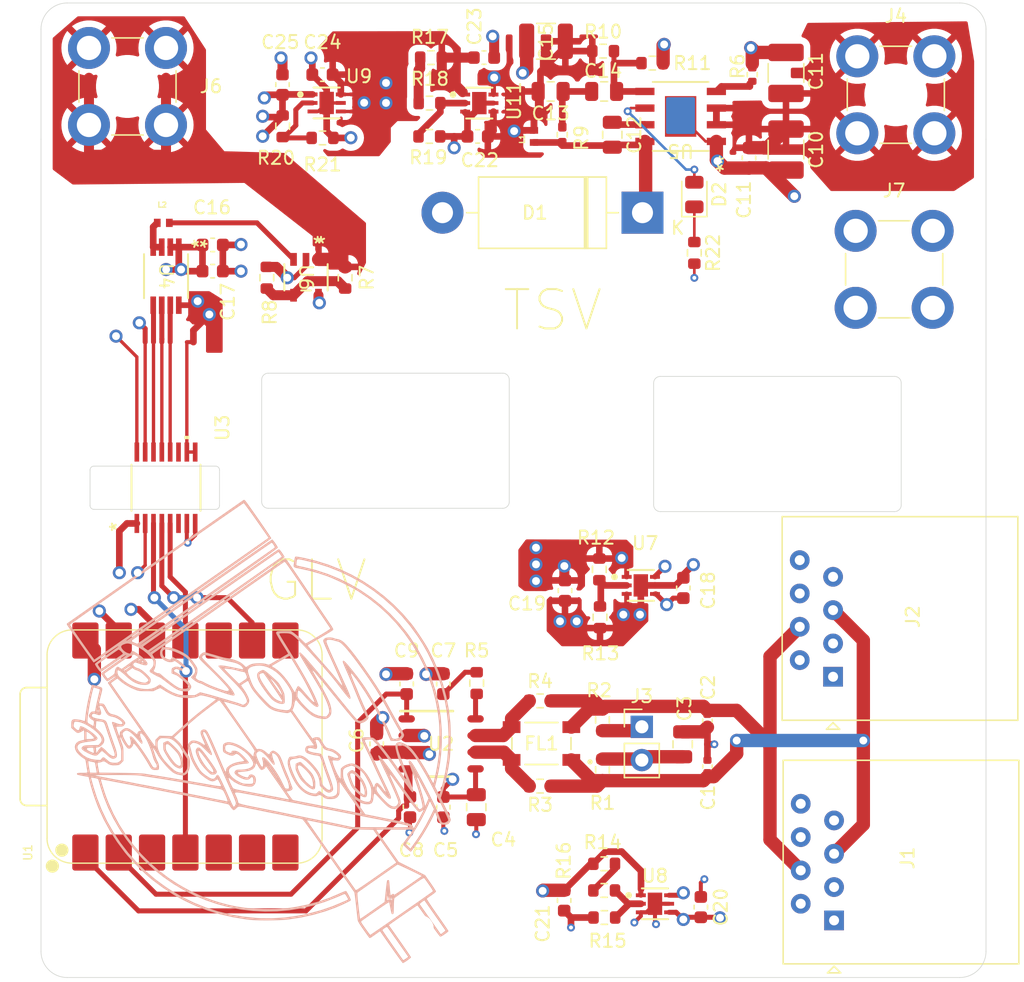
<source format=kicad_pcb>
(kicad_pcb (version 20240108) (generator "pcbnew") (generator_version "8.0")
  (layers (0 "F.Cu" signal) (1 "In1.Cu" power "GND") (2 "In2.Cu" power "PWR") (31 "B.Cu" signal) (34 "B.Paste" user) (35 "F.Paste" user) (36 "B.SilkS" user "B.Silkscreen") (37 "F.SilkS" user "F.Silkscreen") (38 "B.Mask" user) (39 "F.Mask" user) (44 "Edge.Cuts" user))
  (net 0 "")
  (net 1 "/CAN/CAN_N")
  (net 2 "/CAN/CAN_P")
  (net 3 "Net-(J3-Pin_2)")
  (net 4 "GND")
  (net 5 "+3.3VL")
  (net 6 "+5VL")
  (net 7 "Net-(C7-Pad1)")
  (net 8 "/CAN/CAN_RX")
  (net 9 "/CAN/CAN_TX")
  (net 10 "GND2")
  (net 11 "/TSV_Power/84VH")
  (net 12 "Net-(D1-K)")
  (net 13 "Net-(U5-BST)")
  (net 14 "/TSV_Power/+15V")
  (net 15 "Net-(C13-Pad1)")
  (net 16 "Net-(D2-A)")
  (net 17 "+3.3VH")
  (net 18 "+12VH")
  (net 19 "Net-(U2-CANH)")
  (net 20 "Net-(U2-CANL)")
  (net 21 "+12VL")
  (net 22 "Net-(J3-Pin_1)")
  (net 23 "/THROTTLE_OUT")
  (net 24 "Net-(U2-STB)")
  (net 25 "Net-(U5-RON)")
  (net 26 "Net-(U6-IN-)")
  (net 27 "Net-(U7-FB)")
  (net 28 "Net-(R14-Pad2)")
  (net 29 "Net-(U8-FB)")
  (net 30 "Net-(R17-Pad2)")
  (net 31 "Net-(U11-FB)")
  (net 32 "Net-(U9-FB)")
  (net 39 "Net-(U3-OUTC)")
  (net 40 "Net-(U3-OUTB)")
  (net 42 "Net-(U3-OUTA)")
  (net 43 "/DAC_OUT")
  (net 44 "Net-(D2-K)")
  (net 45 "/MOSI")
  (net 47 "/CS")
  (net 48 "/SCK")
  (net 49 "Net-(U4-VFB)")
  (net 50 "Net-(U5-FB)")
  (footprint "Resistor_SMD:R_0603_1608Metric" (layer "F.Cu") (at 145.800001 119.7192 180)
    (property "Reference" "R3")
    (property "Value" "0")
  )
  (footprint "Resistor_SMD:R_0603_1608Metric" (layer "F.Cu") (at 145.800001 113.2192 180)
    (property "Reference" "R4")
    (property "Value" "0")
  )
  (footprint "Resistor_SMD:R_0603_1608Metric" (layer "F.Cu") (at 157.551 79.062 -90)
    (property "Reference" "R22")
    (property "Value" "16k")
  )
  (footprint "Diode_THT:D_DO-201AD_P15.24mm_Horizontal" (layer "F.Cu") (at 153.6 76 180)
    (property "Reference" "D1")
    (property "Value" "D_Schottky")
  )
  (footprint "Connector_RJ:RJ45_Amphenol_54602-x08_Horizontal" (layer "F.Cu") (at 168.1228 111.3805 90)
    (property "Reference" "J2")
    (property "Value" "RJ45")
  )
  (footprint "MountingHole:MountingHole_2.2mm_M2" (layer "F.Cu") (at 111.831 77.157)
    (property "Reference" "H1" (hide yes))
    (property "Value" "MountingHole_Pad")
  )
  (footprint "Resistor_SMD:R_0603_1608Metric" (layer "F.Cu") (at 154.348 64.597 180)
    (property "Reference" "R11")
    (property "Value" "49.9k")
  )
  (footprint "Capacitor_SMD:C_0603_1608Metric" (layer "F.Cu") (at 126.168 66.236001 90)
    (property "Reference" "C25")
    (property "Value" "2.2u")
  )
  (footprint "Resistor_SMD:R_0603_1608Metric" (layer "F.Cu") (at 130.941751 80.95745 90)
    (property "Reference" "R7")
    (property "Value" "6.81k")
  )
  (footprint "Resistor_SMD:R_0603_1608Metric" (layer "F.Cu") (at 124.972751 80.95745 -90)
    (property "Reference" "R8")
    (property "Value" "3.32k")
  )
  (footprint "LQW15AN47NG00D:INDC1005X60N" (layer "F.Cu") (at 145.331 70.185 90)
    (property "Reference" "L1")
    (property "Value" "LQW15AN47NG00D")
  )
  (footprint "Capacitor_SMD:C_0603_1608Metric" (layer "F.Cu") (at 141.04 70.184763 180)
    (property "Reference" "C22")
    (property "Value" "1u")
  )
  (footprint "TerminalBlock_Wuerth:Wuerth_REDCUBE-THR_WP-THRBU_74650074_THR" (layer "F.Cu") (at 172.777 80.318)
    (property "Reference" "J7")
    (property "Value" "BATT-")
  )
  (footprint "TLV76701:DRV0006A-IPC_A" (layer "F.Cu") (at 154.551832 128.688)
    (property "Reference" "U8")
    (property "Value" "TLV76701DRVR")
  )
  (footprint "Resistor_SMD:R_0603_1608Metric" (layer "F.Cu") (at 150.601 63.681 180)
    (property "Reference" "R10")
    (property "Value" "576k")
  )
  (footprint "TLV76701:DRV0006A-IPC_A" (layer "F.Cu") (at 153.472832 104.415999)
    (property "Reference" "U7")
    (property "Value" "TLV76701DRVR")
  )
  (footprint "Resistor_SMD:R_0603_1608Metric" (layer "F.Cu") (at 150.6798 125.64)
    (property "Reference" "R14")
    (property "Value" "82.5k")
  )
  (footprint "DAC6551:DGK8_TEX" (layer "F.Cu") (at 117.292 80.84 -90)
    (property "Reference" "U4")
    (property "Value" "DAC6551AQDGKRQ1")
  )
  (footprint "TLV76701:DRV0006A-IPC_A" (layer "F.Cu") (at 141.167 67.644763)
    (property "Reference" "U11")
    (property "Value" "TLV76701DRVR")
  )
  (footprint "Resistor_SMD:R_0603_1608Metric" (layer "F.Cu") (at 137.3702 67.644763)
    (property "Reference" "R18")
    (property "Value" "3.9k")
  )
  (footprint "LM5201:SO-8-DDA_TEX" (layer "F.Cu") (at 156.507 68.661 180)
    (property "Reference" "U5")
    (property "Value" "LM5012QDDARQ1")
  )
  (footprint "Capacitor_SMD:C_1210_3225Metric" (layer "F.Cu") (at 146.248 62.933 180)
    (property "Reference" "C15")
    (property "Value" "22uF")
  )
  (footprint "Connector_RJ:RJ45_Amphenol_54602-x08_Horizontal" (layer "F.Cu") (at 168.199 129.9545 90)
    (property "Reference" "J1")
    (property "Value" "RJ45")
  )
  (footprint "TLV9361QDBVRQ1:SOT23_DBV_TEX" (layer "F.Cu") (at 127.95975 80.9257 -90)
    (property "Reference" "U6")
    (property "Value" "TLV9361QDBVRQ1")
  )
  (footprint "Capacitor_SMD:C_0805_2012Metric" (layer "F.Cu") (at 146.601 66.756 180)
    (property "Reference" "C13")
    (property "Value" "2.2n")
  )
  (footprint "Capacitor_SMD:C_0805_2012Metric" (layer "F.Cu") (at 150.678 66.756)
    (property "Reference" "C14")
    (property "Value" "47p")
  )
  (footprint "Capacitor_SMD:C_0402_1005Metric" (layer "F.Cu") (at 158.550001 118.2192 -90)
    (property "Reference" "C1")
    (property "Value" "0.5p")
  )
  (footprint "Capacitor_SMD:C_0603_1608Metric" (layer "F.Cu") (at 161.714 71.823 -90)
    (property "Reference" "C11")
    (property "Value" "2.2u")
  )
  (footprint "MountingHole:MountingHole_2.2mm_M2" (layer "F.Cu") (at 136.596 130.625)
    (property "Reference" "H3" (hide yes))
    (property "Value" "MountingHole_Pad")
  )
  (footprint "Resistor_SMD:R_0603_1608Metric" (layer "F.Cu") (at 129.216 70.300001)
    (property "Reference" "R21")
    (property "Value" "16k")
  )
  (footprint "Capacitor_SMD:C_0603_1608Metric" (layer "F.Cu") (at 156.7128 104.6107 90)
    (property "Reference" "C18")
    (property "Value" "1u")
  )
  (footprint "Capacitor_SMD:C_0603_1608Metric" (layer "F.Cu") (at 147.6318 128.434 -90)
    (property "Reference" "C21")
    (property "Value" "2.2u")
  )
  (footprint "Capacitor_SMD:C_0603_1608Metric" (layer "F.Cu") (at 138.4248 111.924 90)
    (property "Reference" "C7")
    (property "Value" "4p")
  )
  (footprint "LED_SMD:LED_0805_2012Metric" (layer "F.Cu") (at 157.551 74.617 90)
    (property "Reference" "D2")
    (property "Value" "LED")
  )
  (footprint "Resistor_SMD:R_0603_1608Metric" (layer "F.Cu") (at 137.357 70.184763)
    (property "Reference" "R19")
    (property "Value" "16k")
  )
  (footprint "XIAO-RP2350:XIAO-RP2350-SMD" (layer "F.Cu") (at 118.769756 116.783 90)
    (property "Reference" "U1")
    (property "Value" "XIAO-RP2350-SMD" (hide yes))
  )
  (footprint "Capacitor_SMD:C_0603_1608Metric" (layer "F.Cu") (at 120.848 78.457)
    (property "Reference" "C16")
    (property "Value" "0.1u")
  )
  (footprint "Capacitor_SMD:C_1210_3225Metric_Pad1.33x2.70mm_HandSolder" (layer "F.Cu") (at 164.536 71.188 -90)
    (property "Reference" "C10")
    (property "Value" "2.2u")
  )
  (footprint "ACT45B_101_2P_TL003:FIL_ACT45B-101-2P-TL003" (layer "F.Cu") (at 145.901201 116.4692 180)
    (property "Reference" "FL1")
    (property "Value" "ACT45B-101-2P-TL003")
  )
  (footprint "Capacitor_SMD:C_0603_1608Metric" (layer "F.Cu") (at 158.0458 128.942 90)
    (property "Reference" "C20")
    (property "Value" "1u")
  )
  (footprint "Resistor_SMD:R_0603_1608Metric" (layer "F.Cu") (at 150.550001 114.6672 90)
    (property "Reference" "R2")
    (property "Value" "60")
  )
  (footprint "LQW15AN47NG00D:INDC1005X60N" (layer "F.Cu") (at 117.086 76.776)
    (property "Reference" "L2")
    (property "Value" "LQW15AN47NG00D")
  )
  (footprint "TCAN1042:D0008A_L" (layer "F.Cu") (at 138.255801 116.496)
    (property "Reference" "U2")
    (property "Value" "TCAN1042HGVDQ1")
  )
  (footprint "Capacitor_SMD:C_0603_1608Metric" (layer "F.Cu") (at 133.3448 116.496 -90)
    (property "Reference" "C6")
    (property "Value" "0.1u")
  )
  (footprint "Resistor_SMD:R_0603_1608Metric" (layer "F.Cu") (at 140.9648 111.861 90)
    (property "Reference" "R5")
    (property "Value" "10k")
  )
  (footprint "Capacitor_SMD:C_0603_1608Metric" (layer "F.Cu") (at 120.848 80.459)
    (property "Reference" "C17")
    (property "Value" "0.1n")
  )
  (footprint "Capacitor_SMD:C_0805_2012Metric" (layer "F.Cu") (at 140.9348 121.322 -90)
    (property "Reference" "C4")
    (property "Value" "10u")
  )
  (footprint "Resistor_SMD:R_0603_1608Metric" (layer "F.Cu") (at 150.693 129.736 180)
    (property "Reference" "R15")
    (property "Value" "16k")
  )
  (footprint "Capacitor_SMD:C_1210_3225Metric_Pad1.33x2.70mm_HandSolder" (layer "F.Cu") (at 164.536 65.346 90)
    (property "Reference" "C11")
    (property "Value" "2.2u")
  )
  (footprint "Connector_PinHeader_2.54mm:PinHeader_1x02_P2.54mm_Vertical" (layer "F.Cu") (at 153.550001 115.1942)
    (property "Reference" "J3")
    (property "Value" "Conn_01x02_Pin")
  )
  (footprint "MountingHole:MountingHole_2.2mm_M2" (layer "F.Cu") (at 136.596 103.955)
    (property "Reference" "H2" (hide yes))
    (property "Value" "MountingHole_Pad")
  )
  (footprint "Resistor_SMD:R_0603_1608Metric" (layer "F.Cu") (at 150.3628 106.844 -90)
    (property "Reference" "R13")
    (property "Value" "16k")
  )
  (footprint "MountingHole:MountingHole_2.2mm_M2" (layer "F.Cu") (at 111.577 130.625)
    (property "Reference" "H3" (hide yes))
    (property "Value" "MountingHole_Pad")
  )
  (footprint "Resistor_SMD:R_0402_1005Metric" (layer "F.Cu") (at 161.968 65.473 90)
    (property "Reference" "R6")
    (property "Value" "124k")
  )
  (footprint "Capacitor_SMD:C_0603_1608Metric" (layer "F.Cu") (at 135.6308 111.924 90)
    (property "Reference" "C9")
    (property "Value" "4p")
  )
  (footprint "Capacitor_SMD:C_0603_1608Metric" (layer "F.Cu") (at 138.4248 121.322 -90)
    (property "Reference" "C5")
    (property "Value" "0.1u")
  )
  (footprint "Capacitor_SMD:C_0603_1608Metric" (layer "F.Cu") (at 147.6958 104.812 -90)
    (property "Reference" "C19")
    (property "Value" "2.2u")
  )
  (footprint "Capacitor_SMD:C_0805_2012Metric" (layer "F.Cu") (at 151.3 70.058 -90)
    (property "Reference" "C12")
    (property "Value" "2.2n")
  )
  (footprint "Resistor_SMD:R_0402_1005Metric_Pad0.72x0.64mm_HandSolder" (layer "F.Cu") (at 147.49 70.058 -90)
    (property "Reference" "R9")
    (property "Value" "1.3M")
  )
  (footprint "TerminalBlock_Wuerth:Wuerth_REDCUBE-THR_WP-THRBU_74650074_THR" (layer "F.Cu") (at 114.357 66.376)
    (property "Reference" "J6")
    (property "Value" "THROTTLE")
  )
  (footprint "Capacitor_SMD:C_0402_1005Metric" (layer "F.Cu") (at 158.550001 114.7192 -90)
    (property "Reference" "C2")
    (property "Value" "0.5p")
  )
  (footprint "Capacitor_SMD:C_0805_2012Metric" (layer "F.Cu") (at 156.662 116.528 90)
    (property "Reference" "C3")
    (property "Value" "4.7u")
  )
  (footprint "Resistor_SMD:R_0603_1608Metric" (layer "F.Cu") (at 150.6798 127.672)
    (property "Reference" "R16")
    (property "Value" "1.5k")
  )
  (footprint "Resistor_SMD:R_0603_1608Metric" (layer "F.Cu") (at 150.312 103.193 90)
    (property "Reference" "R12")
    (property "Value" "49.9k")
  )
  (footprint "TerminalBlock_Wuerth:Wuerth_REDCUBE-THR_WP-THRBU_74650074_THR" (layer "F.Cu") (at 172.904 67.011)
    (property "Reference" "J4")
    (property "Value" "BATT+")
  )
  (footprint "MountingHole:MountingHole_2.2mm_M2" (layer "F.Cu") (at 163.266 82.872)
    (property "Reference" "H4" (hide yes))
    (property "Value" "MountingHole_Pad")
  )
  (footprint "Resistor_SMD:R_0603_1608Metric" (layer "F.Cu") (at 150.550001 118.4772 90)
    (property "Reference" "R1")
    (property "Value" "60")
  )
  (footprint "Capacitor_SMD:C_0603_1608Metric" (layer "F.Cu") (at 135.8848 121.309 -90)
    (property "Reference" "C8")
    (property "Value" "4p")
  )
  (footprint "ISO7041:SSOP16_DBQ_TEX" (layer "F.Cu") (at 117.292 96.97 90)
    (property "Reference" "U3")
    (property "Value" "ISO7041FQDBQRQ1")
  )
  (footprint "Resistor_SMD:R_0603_1608Metric" (layer "F.Cu") (at 126.182 69.41 90)
    (property "Reference" "R20")
    (property "Value" "49.9k")
  )
  (footprint "Capacitor_SMD:C_0603_1608Metric" (layer "F.Cu") (at 141.522 64.177663)
    (property "Reference" "C23")
    (property "Value" "2.2u")
  )
  (footprint "Resistor_SMD:R_0603_1608Metric" (layer "F.Cu") (at 137.4834 64.177663 180)
    (property "Reference" "R17")
    (property "Value" "220k")
  )
  (footprint "Capacitor_SMD:C_0603_1608Metric" (layer "F.Cu") (at 129.216 65.474001 180)
    (property "Reference" "C24")
    (property "Value" "1u")
  )
  (footprint "TLV76701:DRV0006A-IPC_A" (layer "F.Cu") (at 129.534968 67.633001)
    (property "Reference" "U9")
    (property "Value" "TLV76701DRVR")
  )
  (footprint "Logo:mozee_logo" (layer "B.Cu") (at 124.4092 115.2144 180)
    (property "Reference" "G***" (hide yes))
    (property "Value" "LOGO" (hide yes))
  )
  (gr_arc (start 121.068 95.319) (mid 121.280132 95.406868) (end 121.368 95.619) (stroke (width 0.05)) (layer "Edge.Cuts"))
  (gr_line (start 154.452 98.286) (end 154.452 88.984) (stroke (width 0.05)) (layer "Edge.Cuts"))
  (gr_line (start 179.776 70.395) (end 179.776 62.012) (stroke (width 0.05)) (layer "Edge.Cuts"))
  (gr_arc (start 107.767 62.012) (mid 108.352786 60.597786) (end 109.767 60.012) (stroke (width 0.05)) (layer "Edge.Cuts"))
  (gr_line (start 107.767 70.395) (end 107.767 62.012) (stroke (width 0.05)) (layer "Edge.Cuts"))
  (gr_line (start 107.767 132.308) (end 107.767 70.395) (stroke (width 0.05)) (layer "Edge.Cuts"))
  (gr_line (start 121.368 95.619) (end 121.368 98.321) (stroke (width 0.05)) (layer "Edge.Cuts"))
  (gr_line (start 111.804 95.319) (end 121.068 95.319) (stroke (width 0.05)) (layer "Edge.Cuts"))
  (gr_arc (start 125.084 98.537) (mid 124.730447 98.390553) (end 124.584 98.037) (stroke (width 0.05)) (layer "Edge.Cuts"))
  (gr_arc (start 109.767 134.308) (mid 108.352786 133.722214) (end 107.767 132.308) (stroke (width 0.05)) (layer "Edge.Cuts"))
  (gr_line (start 125.084 88.235) (end 142.948 88.235) (stroke (width 0.05)) (layer "Edge.Cuts"))
  (gr_line (start 142.948 98.537) (end 125.084 98.537) (stroke (width 0.05)) (layer "Edge.Cuts"))
  (gr_arc (start 111.804 98.621) (mid 111.591868 98.533132) (end 111.504 98.321) (stroke (width 0.05)) (layer "Edge.Cuts"))
  (gr_arc (start 177.776 60.012) (mid 179.190214 60.597786) (end 179.776 62.012) (stroke (width 0.05)) (layer "Edge.Cuts"))
  (gr_arc (start 173.316 98.286) (mid 173.169553 98.639553) (end 172.816 98.786) (stroke (width 0.05)) (layer "Edge.Cuts"))
  (gr_line (start 143.448 88.735) (end 143.448 98.037) (stroke (width 0.05)) (layer "Edge.Cuts"))
  (gr_arc (start 142.948 88.235) (mid 143.301553 88.381447) (end 143.448 88.735) (stroke (width 0.05)) (layer "Edge.Cuts"))
  (gr_arc (start 154.952 98.786) (mid 154.598447 98.639553) (end 154.452 98.286) (stroke (width 0.05)) (layer "Edge.Cuts"))
  (gr_arc (start 154.452 88.984) (mid 154.598447 88.630447) (end 154.952 88.484) (stroke (width 0.05)) (layer "Edge.Cuts"))
  (gr_line (start 173.316 88.984) (end 173.316 98.286) (stroke (width 0.05)) (layer "Edge.Cuts"))
  (gr_line (start 177.776 134.308) (end 109.767 134.308) (stroke (width 0.05)) (layer "Edge.Cuts"))
  (gr_line (start 124.584 98.037) (end 124.584 88.735) (stroke (width 0.05)) (layer "Edge.Cuts"))
  (gr_line (start 121.068 98.621) (end 111.804 98.621) (stroke (width 0.05)) (layer "Edge.Cuts"))
  (gr_line (start 109.767 60.012) (end 177.776 60.012) (stroke (width 0.05)) (layer "Edge.Cuts"))
  (gr_line (start 154.952 88.484) (end 172.816 88.484) (stroke (width 0.05)) (layer "Edge.Cuts"))
  (gr_arc (start 179.776 132.308) (mid 179.190214 133.722214) (end 177.776 134.308) (stroke (width 0.05)) (layer "Edge.Cuts"))
  (gr_arc (start 172.816 88.484) (mid 173.169553 88.630447) (end 173.316 88.984) (stroke (width 0.05)) (layer "Edge.Cuts"))
  (gr_arc (start 111.504 95.619) (mid 111.591868 95.406868) (end 111.804 95.319) (stroke (width 0.05)) (layer "Edge.Cuts"))
  (gr_arc (start 124.584 88.735) (mid 124.730447 88.381447) (end 125.084 88.235) (stroke (width 0.05)) (layer "Edge.Cuts"))
  (gr_line (start 179.776 70.395) (end 179.776 132.308) (stroke (width 0.05)) (layer "Edge.Cuts"))
  (gr_arc (start 121.368 98.321) (mid 121.280132 98.533132) (end 121.068 98.621) (stroke (width 0.05)) (layer "Edge.Cuts"))
  (gr_line (start 172.816 98.786) (end 154.952 98.786) (stroke (width 0.05)) (layer "Edge.Cuts"))
  (gr_arc (start 143.448 98.037) (mid 143.301553 98.390553) (end 142.948 98.537) (stroke (width 0.05)) (layer "Edge.Cuts"))
  (gr_line (start 111.504 98.321) (end 111.504 95.619) (stroke (width 0.05)) (layer "Edge.Cuts"))
  (gr_text "TSV" (at 142.8 85.2 0) (layer "F.SilkS") (effects (font (size 3 3)) (justify left bottom)))
  (gr_text "GLV" (at 124.6 105.8 0) (layer "F.SilkS") (effects (font (size 3 3)) (justify left bottom)))
  (segment (start 158.550001 118.9942) (end 159.025001 118.9942) (width 1.016) (layer "F.Cu") (net 1))
  (segment (start 168.199 124.8745) (end 170.4288 122.6447) (width 1.016) (layer "F.Cu") (net 1))
  (segment (start 159.025001 118.9942) (end 160.7768 117.242401) (width 1.016) (layer "F.Cu") (net 1))
  (segment (start 170.4288 108.6065) (end 168.1228 106.3005) (width 1.016) (layer "F.Cu") (net 1))
  (segment (start 149.759201 119.3022) (end 148.176201 117.7192) (width 1.016) (layer "F.Cu") (net 1))
  (segment (start 150.550001 119.3022) (end 158.242001 119.3022) (width 1.016) (layer "F.Cu") (net 1))
  (segment (start 170.4288 122.6447) (end 170.4288 116.242) (width 1.016) (layer "F.Cu") (net 1))
  (segment (start 150.550001 119.3022) (end 149.759201 119.3022) (width 1.016) (layer "F.Cu") (net 1))
  (segment (start 170.4288 116.242) (end 170.4288 108.6065) (width 1.016) (layer "F.Cu") (net 1))
  (segment (start 160.7768 117.242401) (end 160.7768 116.242) (width 1.016) (layer "F.Cu") (net 1))
  (segment (start 150.133001 119.7192) (end 150.550001 119.3022) (width 1.016) (layer "F.Cu") (net 1))
  (segment (start 146.625001 119.7192) (end 150.133001 119.7192) (width 1.016) (layer "F.Cu") (net 1))
  (segment (start 158.242001 119.3022) (end 158.550001 118.9942) (width 1.016) (layer "F.Cu") (net 1))
  (via (at 170.4288 116.242) (size 1) (drill 0.6) (layers "F.Cu" "B.Cu") (net 1))
  (via (at 160.7768 116.242) (size 1) (drill 0.6) (layers "F.Cu" "B.Cu") (net 1))
  (segment (start 160.7768 116.242) (end 170.4288 116.242) (width 1.016) (layer "B.Cu") (net 1))
  (segment (start 163.3168 123.8023) (end 165.659 126.1445) (width 1.016) (layer "F.Cu") (net 2))
  (segment (start 150.756001 113.6362) (end 150.550001 113.8422) (width 1.016) (layer "F.Cu") (net 2))
  (segment (start 158.550001 113.9442) (end 158.242001 113.6362) (width 1.016) (layer "F.Cu") (net 2))
  (segment (start 163.3168 116.75) (end 163.3168 123.8023) (width 1.016) (layer "F.Cu") (net 2))
  (segment (start 165.5828 107.5705) (end 163.3168 109.8365) (width 1.016) (layer "F.Cu") (net 2))
  (segment (start 163.3168 109.8365) (end 163.3168 116.75) (width 1.016) (layer "F.Cu") (net 2))
  (segment (start 160.765 113.9442) (end 163.3168 116.496) (width 1.016) (layer "F.Cu") (net 2))
  (segment (start 158.242001 113.6362) (end 150.756001 113.6362) (width 1.016) (layer "F.Cu") (net 2))
  (segment (start 163.3168 116.496) (end 163.3168 116.75) (width 1.016) (layer "F.Cu") (net 2))
  (segment (start 149.927001 113.2192) (end 150.550001 113.8422) (width 1.016) (layer "F.Cu") (net 2))
  (segment (start 150.550001 113.8422) (end 149.553201 113.8422) (width 1.016) (layer "F.Cu") (net 2))
  (segment (start 149.553201 113.8422) (end 148.176201 115.2192) (width 1.016) (layer "F.Cu") (net 2))
  (segment (start 158.550001 113.9442) (end 160.765 113.9442) (width 1.016) (layer "F.Cu") (net 2))
  (segment (start 146.625001 113.2192) (end 149.927001 113.2192) (width 1.016) (layer "F.Cu") (net 2))
  (segment (start 150.550001 117.6522) (end 153.468001 117.6522) (width 1.016) (layer "F.Cu") (net 3))
  (segment (start 156.662 117.478) (end 153.806201 117.478) (width 1.016) (layer "F.Cu") (net 3))
  (segment (start 153.806201 117.478) (end 153.550001 117.7342) (width 1.016) (layer "F.Cu") (net 3))
  (segment (start 153.468001 117.6522) (end 153.550001 117.7342) (width 1.016) (layer "F.Cu") (net 3))
  (segment (start 158.0458 127.0822) (end 158.313 126.815) (width 0.3048) (layer "F.Cu") (net 4))
  (segment (start 153.4738 129.338001) (end 153.901831 129.338001) (width 0.3048) (layer "F.Cu") (net 4))
  (segment (start 148.1588 129.736) (end 148.153 129.7418) (width 0.508) (layer "F.Cu") (net 4))
  (segment (start 138.4248 111.149) (end 137.149 111.149) (width 1.016) (layer "F.Cu") (net 4))
  (segment (start 156.662 115.578) (end 158.199201 115.578) (width 1.016) (layer "F.Cu") (net 4))
  (segment (start 154.551832 130.165832) (end 154.63 130.244) (width 0.3048) (layer "F.Cu") (net 4))
  (segment (start 158.199201 115.578) (end 158.550001 115.2272) (width 1.016) (layer "F.Cu") (net 4))
  (segment (start 154.551832 128.688) (end 154.551832 130.165832) (width 0.3048) (layer "F.Cu") (net 4))
  (segment (start 118.8795 101.0975) (end 118.943 101.161) (width 0.3048) (layer "F.Cu") (net 4))
  (segment (start 113.689756 107.845756) (end 112.212 106.368) (width 0.508) (layer "F.Cu") (net 4))
  (segment (start 134.101 111.149) (end 134.056 111.194) (width 1.016) (layer "F.Cu") (net 4))
  (segment (start 133.3448 115.721) (end 133.3448 114.9532) (width 1.016) (layer "F.Cu") (net 4))
  (segment (start 149.868 129.736) (end 148.1588 129.736) (width 0.508) (layer "F.Cu") (net 4))
  (segment (start 140.9348 123.3652) (end 140.914 123.386) (width 0.3048) (layer "F.Cu") (net 4))
  (segment (start 153.901831 129.338001) (end 154.551832 128.688) (width 0.3048) (layer "F.Cu") (net 4))
  (segment (start 115.7045 102.8755) (end 115.7045 99.691348) (width 0.254) (layer "F.Cu") (net 4))
  (segment (start 148.153 129.7418) (end 148.153 130.498) (width 0.508) (layer "F.Cu") (net 4))
  (segment (start 153.472832 106.580668) (end 153.4108 106.6427) (width 0.508) (layer "F.Cu") (net 4))
  (segment (start 118.8795 99.691348) (end 118.8795 101.0975) (width 0.3048) (layer "F.Cu") (net 4))
  (segment (start 156.132501 104.415999) (end 154.550864 104.415999) (width 0.508) (layer "F.Cu") (net 4))
  (segment (start 135.8848 123.2082) (end 135.834 123.259) (width 0.3048) (layer "F.Cu") (net 4))
  (segment (start 119.5145 100.5895) (end 118.943 101.161) (width 0.3048) (layer "F.Cu") (net 4))
  (segment (start 115.133 103.447) (end 115.7045 102.8755) (width 0.254) (layer "F.Cu") (net 4))
  (segment (start 152.3948 105.066) (end 152.3948 106.3887) (width 0.381) (layer "F.Cu") (net 4))
  (segment (start 140.9348 122.272) (end 140.9348 123.3652) (width 0.3048) (layer "F.Cu") (net 4))
  (segment (start 119.5145 99.691348) (end 119.5145 100.5895) (width 0.3048) (layer "F.Cu") (net 4))
  (segment (start 158.550001 116.528) (end 158.550001 117.7392) (width 0.508) (layer "F.Cu") (net 4))
  (segment (start 153.472832 104.415999) (end 154.550864 104.415999) (width 0.508) (layer "F.Cu") (net 4))
  (segment (start 138.4248 122.097) (end 138.4248 123.0558) (width 0.3048) (layer "F.Cu") (net 4))
  (segment (start 138.4248 123.0558) (end 138.501 123.132) (width 0.3048) (layer "F.Cu") (net 4))
  (segment (start 157.4748 102.8327) (end 156.7128 103.5947) (width 0.508) (layer "F.Cu") (net 4))
  (segment (start 152.3948 106.3887) (end 152.1408 106.6427) (width 0.381) (layer "F.Cu") (net 4))
  (segment (start 156.7128 103.5947) (end 156.7128 103.8357) (width 0.508) (layer "F.Cu") (net 4))
  (segment (start 148.1588 129.736) (end 147.6318 129.209) (width 0.508) (layer "F.Cu") (net 4))
  (segment (start 135.6308 115.861) (end 136.945 115.861) (width 1.016) (layer "F.Cu") (net 4))
  (segment (start 158.0458 128.167) (end 158.0458 127.0822) (width 0.3048) (layer "F.Cu") (net 4))
  (segment (start 133.3448 114.9532) (end 133.802 114.496) (width 1.016) (layer "F.Cu") (net 4))
  (segment (start 136.945 115.861) (end 136.977 115.893) (width 1.016) (layer "F.Cu") (net 4))
  (segment (start 154.551832 128.688) (end 155.629864 128.688) (width 0.3048) (layer "F.Cu") (net 4))
  (segment (start 137.149 111.149) (end 137.104 111.194) (width 1.016) (layer "F.Cu") (net 4))
  (segment (start 135.6308 111.149) (end 134.101 111.149) (width 1.016) (layer "F.Cu") (net 4))
  (segment (start 135.8848 122.084) (end 135.8848 123.2082) (width 0.3048) (layer "F.Cu") (net 4))
  (segment (start 153.4738 129.338001) (end 153.4738 129.6222) (width 0.3048) (layer "F.Cu") (net 4))
  (segment (start 113.689756 108.618) (end 113.689756 107.845756) (width 0.508) (layer "F.Cu") (net 4))
  (segment (start 153.4738 129.6222) (end 152.979 130.117) (width 0.3048) (layer "F.Cu") (net 4))
  (segment (start 153.472832 104.415999) (end 153.472832 106.580668) (width 0.508) (layer "F.Cu") (net 4))
  (segment (start 158.550001 115.1992) (end 158.550001 116.528) (width 0.508) (layer "F.Cu") (net 4))
  (segment (start 158.550001 116.528) (end 159.075 116.528) (width 0.508) (layer "F.Cu") (net 4))
  (segment (start 156.7128 103.8357) (end 156.132501 104.415999) (width 0.508) (layer "F.Cu") (net 4))
  (via (at 159.075 116.528) (size 0.6) (drill 0.3) (layers "F.Cu" "B.Cu") (net 4))
  (via (at 140.914 123.386) (size 0.6) (drill 0.3) (layers "F.Cu" "B.Cu") (net 4))
  (via (at 118.943 101.161) (size 0.6) (drill 0.3) (layers "F.Cu" "B.Cu") (net 4))
  (via (at 135.834 123.259) (size 0.6) (drill 0.3) (layers "F.Cu" "B.Cu") (net 4))
  (via (at 136.977 115.893) (size 1) (drill 0.6) (layers "F.Cu" "B.Cu") (net 4))
  (via (at 154.63 130.244) (size 0.6) (drill 0.3) (layers "F.Cu" "B.Cu") (net 4))
  (via (at 137.104 111.194) (size 1) (drill 0.6) (layers "F.Cu" "B.Cu") (net 4))
  (via (at 148.5848 107.1507) (size 1) (drill 0.6) (layers "F.Cu" "B.Cu") (net 4))
  (via (at 152.1408 106.6427) (size 1) (drill 0.6) (layers "F.Cu" "B.Cu") (net 4))
  (via (at 152.979 130.117) (size 0.6) (drill 0.3) (layers "F.Cu" "B.Cu") (net 4))
  (via (at 112.212 106.368) (size 1) (drill 0.6) (layers "F.Cu" "B.Cu") (net 4))
  (via (at 134.056 111.194) (size 1) (drill 0.6) (layers "F.Cu" "B.Cu") (net 4))
  (via (at 147.3148 107.1507) (size 1) (drill 0.6) (layers "F.Cu" "B.Cu") (net 4))
  (via (at 138.501 123.132) (size 0.6) (drill 0.3) (layers "F.Cu" "B.Cu") (net 4))
  (via (at 133.802 114.496) (size 1) (drill 0.6) (layers "F.Cu" "B.Cu") (net 4))
  (via (at 115.133 103.447) (size 1) (drill 0.6) (layers "F.Cu" "B.Cu") (net 4))
  (via (at 157.4748 102.8327) (size 1) (drill 0.6) (layers "F.Cu" "B.Cu") (net 4))
  (via (at 153.4108 106.6427) (size 1) (drill 0.6) (layers "F.Cu" "B.Cu") (net 4))
  (via (at 148.153 130.498) (size 0.6) (drill 0.3) (layers "F.Cu" "B.Cu") (net 4))
  (via (at 158.313 126.815) (size 0.6) (drill 0.3) (layers "F.Cu" "B.Cu") (net 4))
  (segment (start 152.3948 102.7057) (end 152.0138 102.3247) (width 0.381) (layer "F.Cu") (net 5))
  (segment (start 138.4248 119.9062) (end 139.136 119.195) (width 0.381) (layer "F.Cu") (net 5))
  (segment (start 113.736 103.447) (end 113.736 100.272) (width 0.508) (layer "F.Cu") (net 5))
  (segment (start 138.4248 120.547) (end 138.4248 119.9062) (width 0.381) (layer "F.Cu") (net 5))
  (segment (start 140.8808 120.493) (end 140.9348 120.547) (width 0.381) (layer "F.Cu") (net 5))
  (segment (start 152.3948 103.765998) (end 152.3948 102.7057) (width 0.381) (layer "F.Cu") (net 5))
  (segment (start 147.645 103.9862) (end 147.6958 104.037) (width 0.762) (layer "F.Cu") (net 5))
  (segment (start 114.316652 99.691348) (end 115.0695 99.691348) (width 0.508) (layer "F.Cu") (net 5))
  (segment (start 115.227756 106.241) (end 116.229756 107.243) (width 0.508) (layer "F.Cu") (net 5))
  (segment (start 114.625 106.241) (end 115.227756 106.241) (width 0.508) (layer "F.Cu") (net 5))
  (segment (start 113.736 100.272) (end 114.316652 99.691348) (width 0.508) (layer "F.Cu") (net 5))
  (segment (start 147.645 102.939) (end 147.645 103.9862) (width 0.762) (layer "F.Cu") (net 5))
  (segment (start 140.9348 120.547) (end 138.4248 120.547) (width 0.381) (layer "F.Cu") (net 5))
  (segment (start 140.8808 118.401) (end 140.8808 120.493) (width 0.381) (layer "F.Cu") (net 5))
  (segment (start 116.229756 107.243) (end 116.229756 108.618) (width 0.508) (layer "F.Cu") (net 5))
  (via (at 145.486 104.082) (size 1) (drill 0.6) (layers "F.Cu" "B.Cu") (net 5))
  (via (at 147.645 102.939) (size 1) (drill 0.6) (layers "F.Cu" "B.Cu") (net 5))
  (via (at 113.736 103.447) (size 1) (drill 0.6) (layers "F.Cu" "B.Cu") (net 5))
  (via (at 139.136 119.195) (size 1) (drill 0.6) (layers "F.Cu" "B.Cu") (net 5))
  (via (at 145.486 101.542) (size 1) (drill 0.6) (layers "F.Cu" "B.Cu") (net 5))
  (via (at 152.0138 102.3247) (size 1) (drill 0.6) (layers "F.Cu" "B.Cu") (net 5))
  (via (at 145.486 102.812) (size 1) (drill 0.6) (layers "F.Cu" "B.Cu") (net 5))
  (via (at 114.625 106.241) (size 1) (drill 0.6) (layers "F.Cu" "B.Cu") (net 5))
  (segment (start 150.7838 124.711) (end 152.018 124.711) (width 0.508) (layer "F.Cu") (net 6))
  (segment (start 149.6508 125.64) (end 147.6318 127.659) (width 0.508) (layer "F.Cu") (net 6))
  (segment (start 153.4738 128.037999) (end 153.4738 127.5902) (width 0.381) (layer "F.Cu") (net 6))
  (segment (start 153.4738 126.1668) (end 153.487 126.18) (width 0.508) (layer "F.Cu") (net 6))
  (segment (start 135.6308 117.131) (end 133.4848 117.131) (width 1.016) (layer "F.Cu") (net 6))
  (segment (start 133.4848 117.131) (end 133.3448 117.271) (width 1.016) (layer "F.Cu") (net 6))
  (segment (start 135.6628 117.163) (end 135.6308 117.131) (width 1.016) (layer "F.Cu") (net 6))
  (segment (start 137.231 117.163) (end 135.6628 117.163) (width 1.016) (layer "F.Cu") (net 6))
  (segment (start 149.8548 125.64) (end 150.7838 124.711) (width 0.508) (layer "F.Cu") (net 6))
  (segment (start 111.831 109.299244) (end 111.149756 108.618) (width 1.016) (layer "F.Cu") (net 6))
  (segment (start 147.6318 127.659) (end 146.039 127.659) (width 1.016) (layer "F.Cu") (net 6))
  (segment (start 152.018 124.711) (end 153.4738 126.1668) (width 0.508) (layer "F.Cu") (net 6))
  (segment (start 153.487 126.18) (end 153.487 127.577) (width 0.508) (layer "F.Cu") (net 6))
  (segment (start 137.358 117.29) (end 137.231 117.163) (width 1.016) (layer "F.Cu") (net 6))
  (segment (start 153.4738 127.5902) (end 153.487 127.577) (width 0.381) (layer "F.Cu") (net 6))
  (segment (start 111.831 111.575) (end 111.831 109.299244) (width 1.016) (layer "F.Cu") (net 6))
  (segment (start 149.8548 125.64) (end 149.6508 125.64) (width 0.508) (layer "F.Cu") (net 6))
  (segment (start 146.039 127.659) (end 145.994 127.704) (width 1.016) (layer "F.Cu") (net 6))
  (via (at 145.994 127.704) (size 1) (drill 0.6) (layers "F.Cu" "B.Cu") (net 6))
  (via (at 137.358 117.29) (size 1) (drill 0.6) (layers "F.Cu" "B.Cu") (net 6))
  (via (at 111.831 111.575) (size 1) (drill 0.6) (layers "F.Cu" "B.Cu") (net 6))
  (segment (start 140.9648 111.036) (end 140.0878 111.036) (width 0.381) (layer "F.Cu") (net 7))
  (segment (start 140.0878 111.036) (end 138.4248 112.699) (width 0.381) (layer "F.Cu") (net 7))
  (segment (start 115.1965 129.228) (end 111.149756 125.181256) (width 0.381) (layer "F.Cu") (net 8))
  (segment (start 135.6308 121.2435) (end 135.373618 121.2435) (width 0.381) (layer "F.Cu") (net 8))
  (segment (start 135.8848 120.534) (end 135.8848 118.655) (width 0.381) (layer "F.Cu") (net 8))
  (segment (start 135.373618 121.2435) (end 135.0193 121.597818) (width 0.381) (layer "F.Cu") (net 8))
  (segment (start 111.149756 125.181256) (end 111.149756 124.783) (width 0.381) (layer "F.Cu") (net 8))
  (segment (start 127.96 129.228) (end 115.1965 129.228) (width 0.381) (layer "F.Cu") (net 8))
  (segment (start 135.8848 118.655) (end 135.6308 118.401) (width 0.381) (layer "F.Cu") (net 8))
  (segment (start 135.6308 118.401) (end 135.6308 121.2435) (width 0.381) (layer "F.Cu") (net 8))
  (segment (start 135.0193 122.1687) (end 127.96 129.228) (width 0.381) (layer "F.Cu") (net 8))
  (segment (start 135.0193 121.597818) (end 135.0193 122.1687) (width 0.381) (layer "F.Cu") (net 8))
  (segment (start 116.53 127.958) (end 126.817 127.958) (width 0.381) (layer "F.Cu") (net 9))
  (segment (start 131.897 114.877) (end 134.075 112.699) (width 0.381) (layer "F.Cu") (net 9))
  (segment (start 131.897 122.878) (end 131.897 114.877) (width 0.381) (layer "F.Cu") (net 9))
  (segment (start 116.53 127.958) (end 113.689756 125.117756) (width 0.381) (layer "F.Cu") (net 9))
  (segment (start 134.075 112.699) (end 135.6308 112.699) (width 0.381) (layer "F.Cu") (net 9))
  (segment (start 113.689756 125.117756) (end 113.689756 124.783) (width 0.381) (layer "F.Cu") (net 9))
  (segment (start 126.817 127.958) (end 131.897 122.878) (width 0.381) (layer "F.Cu") (net 9))
  (segment (start 135.6308 112.699) (end 135.6308 114.591) (width 0.381) (layer "F.Cu") (net 9))
  (segment (start 164.536 63.7835) (end 162.2115 63.7835) (width 1.016) (layer "F.Cu") (net 10))
  (segment (start 128.884967 68.283002) (end 129.534968 67.633001) (width 0.254) (layer "F.Cu") (net 10))
  (segment (start 144.773 65.043) (end 144.47 65.346) (width 1.016) (layer "F.Cu") (net 10))
  (segment (start 141.167 67.999) (end 140.637205 68.528795) (width 0.508) (layer "F.Cu") (net 10))
  (segment (start 119.380199 84.974801) (end 120.594 83.761) (width 0.508) (layer "F.Cu") (net 10))
  (segment (start 130.613 67.633001) (end 129.534968 67.633001) (width 0.254) (layer "F.Cu") (net 10))
  (segment (start 126.168 65.461001) (end 126.168 64.316) (width 0.762) (layer "F.Cu") (net 10))
  (segment (start 129.534968 68.091003) (end 129.534968 67.633001) (width 0.508) (layer "F.Cu") (net 10))
  (segment (start 139.249 70.184763) (end 139.249 71.047) (width 0.508) (layer "F.Cu") (net 10))
  (segment (start 161.727 72.585) (end 161.714 72.598) (width 1.016) (layer "F.Cu") (net 10))
  (segment (start 142.245032 67.644763) (end 141.167 67.644763) (width 0.381) (layer "F.Cu") (net 10))
  (segment (start 128.456936 68.283002) (end 128.884967 68.283002) (width 0.254) (layer "F.Cu") (net 10))
  (segment (start 125.703751 80.13245) (end 126.528751 80.95745) (width 0.762) (layer "F.Cu") (net 10))
  (segment (start 165.171 74.744) (end 163.012 72.585) (width 1.016) (layer "F.Cu") (net 10))
  (segment (start 130.041 70.300001) (end 131.359999 70.300001) (width 0.508) (layer "F.Cu") (net 10))
  (segment (start 124.972751 80.13245) (end 125.703751 80.13245) (width 0.762) (layer "F.Cu") (net 10))
  (segment (start 115.7045 85.865652) (end 115.7045 84.8405) (width 0.381) (layer "F.Cu") (net 10))
  (segment (start 142.297 62.665) (end 142.184 62.552) (width 0.762) (layer "F.Cu") (net 10))
  (segment (start 115.7045 94.248652) (end 115.7045 85.865652) (width 0.254) (layer "F.Cu") (net 10))
  (segment (start 118.8795 85.865652) (end 119.380199 85.865652) (width 0.3048) (layer "F.Cu") (net 10))
  (segment (start 115.7045 84.8405) (end 115.26 84.396) (width 0.381) (layer "F.Cu") (net 10))
  (segment (start 155.173 63.251) (end 155.251 63.173) (width 1.016) (layer "F.Cu") (net 10))
  (segment (start 118.8795 94.248652) (end 118.8795 85.865652) (width 0.254) (layer "F.Cu") (net 10))
  (segment (start 129.534968 67.633001) (end 129.534968 69.793969) (width 0.508) (layer "F.Cu") (net 10))
  (segment (start 127.95975 80.070278) (end 127.072578 80.95745) (width 0.381) (layer "F.Cu") (net 10))
  (segment (start 121.623 78.457) (end 122.977 78.457) (width 0.508) (layer "F.Cu") (net 10))
  (segment (start 161.714 72.598) (end 159.85 72.598) (width 1.016) (layer "F.Cu") (net 10))
  (segment (start 127.072578 80.95745) (end 126.528751 80.95745) (width 0.381) (layer "F.Cu") (net 10))
  (segment (start 163.012 72.585) (end 161.727 72.585) (width 1.016) (layer "F.Cu") (net 10))
  (segment (start 161.968 63.54) (end 161.855 63.427) (width 1.016) (layer "F.Cu") (net 10))
  (segment (start 155.173 64.597) (end 155.173 63.251) (width 1.016) (layer "F.Cu") (net 10))
  (segment (start 162.2115 63.7835) (end 161.855 63.427) (width 1.016) (layer "F.Cu") (net 10))
  (segment (start 129.534968 66.567969) (end 128.441 65.474001) (width 0.508) (layer "F.Cu") (net 10))
  (segment (start 122.977 78.457) (end 123.007 78.427) (width 0.508) (layer "F.Cu") (net 10))
  (segment (start 158.412 70.566) (end 159.23115 70.566) (width 0.2) (layer "F.Cu") (net 10))
  (segment (start 159.23115 70.566) (end 159.23115 71.97915) (width 1.016) (layer "F.Cu") (net 10))
  (segment (start 144.773 62.933) (end 144.773 65.043) (width 1.016) (layer "F.Cu") (net 10))
  (segment (start 129.342969 68.283002) (end 129.534968 68.091003) (width 0.508) (layer "F.Cu") (net 10))
  (segment (start 140.265 68.528795) (end 140.088968 68.352763) (width 0.508) (layer "F.Cu") (net 10))
  (segment (start 161.968 64.648) (end 161.968 63.54) (width 1.016) (layer "F.Cu") (net 10))
  (segment (start 121.623 78.457) (end 121.623 80.459) (width 0.508) (layer "F.Cu") (net 10))
  (segment (start 141.167 67.644763) (end 141.167 67.999) (width 0.508) (layer "F.Cu") (net 10))
  (segment (start 119.380199 85.865652) (end 119.380199 84.974801) (width 0.508) (layer "F.Cu") (net 10))
  (segment (start 119.5145 94.248652) (end 118.8795 94.248652) (width 0.254) (layer "F.Cu") (net 10))
  (segment (start 140.265 70.184763) (end 140.265 68.528795) (width 0.508) (layer "F.Cu") (net 10))
  (segment (start 138.182 70.184763) (end 139.249 70.184763) (width 0.508) (layer "F.Cu") (net 10))
  (segment (start 159.85 72.598) (end 159.315 72.063) (width 1.016) (layer "F.Cu") (net 10))
  (segment (start 129.534968 69.793969) (end 130.041 70.300001) (width 0.508) (layer "F.Cu") (net 10))
  (segment (start 157.551 79.887) (end 157.551 80.967) (width 0.2) (layer "F.Cu") (net 10))
  (segment (start 140.637205 68.528795) (end 140.265 68.528795) (width 0.508) (layer "F.Cu") (net 10))
  (segment (start 127.95975 79.56045) (end 127.95975 80.070278) (width 0.381) (layer "F.Cu") (net 10))
  (segment (start 131.359999 70.300001) (end 131.375 70.285) (width 0.508) (layer "F.Cu") (net 10))
  (segment (start 128.441 64.303) (end 128.341 64.203) (width 0.508) (layer "F.Cu") (net 10))
  (segment (start 129.534968 67.633001) (end 129.534968 66.567969) (width 0.508) (layer "F.Cu") (net 10))
  (segment (start 159.23115 71.97915) (end 159.315 72.063) (width 1.016) (layer "F.Cu") (net 10))
  (segment (start 121.623 80.459) (end 123.007 80.459) (width 0.508) (layer "F.Cu") (net 10))
  (segment (start 128.441 65.474001) (end 128.441 64.303) (width 0.508) (layer "F.Cu") (net 10))
  (segment (start 139.249 70.184763) (end 140.265 70.184763) (width 0.508) (layer "F.Cu") (net 10))
  (segment (start 142.297 64.177663) (end 142.297 62.665) (width 0.762) (layer "F.Cu") (net 10))
  (segment (start 156.507 68.661) (end 158.412 70.566) (width 0.2) (layer "F.Cu") (net 10))
  (segment (start 126.168 64.316) (end 126.055 64.203) (width 0.762) (layer "F.Cu") (net 10))
  (via (at 126.528751 80.95745) (size 1) (drill 0.6) (layers "F.Cu" "B.Cu") (net 10))
  (via (at 128.341 64.203) (size 1) (drill 0.6) (layers "F.Cu" "B.Cu") (net 10))
  (via (at 159.315 72.063) (size 1) (drill 0.6) (layers "F.Cu" "B.Cu") (net 10))
  (via (at 161.855 63.427) (size 1) (drill 0.6) (layers "F.Cu" "B.Cu") (net 10))
  (via (at 139.249 71.047) (size 1) (drill 0.6) (layers "F.Cu" "B.Cu") (net 10))
  (via (at 120.594 83.761) (size 1) (drill 0.6) (layers "F.Cu" "B.Cu") (net 10))
  (via (at 115.26 84.396) (size 1) (drill 0.6) (layers "F.Cu" "B.Cu") (net 10))
  (via (at 123.007 78.427) (size 1) (drill 0.6) (layers "F.Cu" "B.Cu") (net 10))
  (via (at 165.171 74.744) (size 1) (drill 0.6) (layers "F.Cu" "B.Cu") (net 10))
  (via (at 155.251 63.173) (size 1) (drill 0.6) (layers "F.Cu" "B.Cu") (net 10))
  (via (at 157.551 80.967) (size 0.6) (drill 0.3) (layers "F.Cu" "B.Cu") (net 10))
  (via (at 144.47 65.346) (size 1) (drill 0.6) (layers "F.Cu" "B.Cu") (net 10))
  (via (at 123.007 80.459) (size 1) (drill 0.6) (layers "F.Cu" "B.Cu") (net 10))
  (via (at 142.184 62.552) (size 1) (drill 0.6) (layers "F.Cu" "B.Cu") (net 10))
  (via (at 119.705 82.745) (size 1) (drill 0.6) (layers "F.Cu" "B.Cu") (net 10))
  (via (at 126.055 64.203) (size 1) (drill 0.6) (layers "F.Cu" "B.Cu") (net 10))
  (via (at 131.375 70.285) (size 1) (drill 0.6) (layers "F.Cu" "B.Cu") (net 10))
  (segment (start 163.1135 71.048) (end 164.536 69.6255) (width 1.016) (layer "F.Cu") (net 11))
  (segment (start 159.23115 69.296) (end 159.23115 68.026) (width 0.508) (layer "F.Cu") (net 11))
  (segment (start 161.714 71.048) (end 163.1135 71.048) (width 1.016) (layer "F.Cu") (net 11))
  (segment (start 153.51585 70.833) (end 153.78285 70.566) (width 0.508) (layer "F.Cu") (net 12))
  (segment (start 153.84 70.62315) (end 153.78285 70.566) (width 1.016) (layer "F.Cu") (net 12))
  (segment (start 153.84 74.603) (end 153.84 70.62315) (width 1.016) (layer "F.Cu") (net 12))
  (segment (start 151.3 70.833) (end 153.51585 70.833) (width 0.508) (layer "F.Cu") (net 12))
  (segment (start 145.331 70.645) (end 147.252 70.645) (width 0.508) (layer "F.Cu") (net 12))
  (segment (start 147.49 70.883) (end 151.25 70.883) (width 0.508) (layer "F.Cu") (net 12))
  (segment (start 147.252 70.645) (end 147.49 70.883) (width 0.508) (layer "F.Cu") (net 12))
  (segment (start 151.25 70.883) (end 151.3 70.833) (width 0.508) (layer "F.Cu") (net 12))
  (segment (start 153.76985 69.283) (end 153.78285 69.296) (width 0.508) (layer "F.Cu") (net 13))
  (segment (start 151.3 69.283) (end 153.76985 69.283) (width 0.508) (layer "F.Cu") (net 13))
  (segment (start 142.245032 69.754731) (end 142.245032 68.294764) (width 0.508) (layer "F.Cu") (net 14))
  (segment (start 145.826 66.756) (end 145.826 65.231) (width 0.508) (layer "F.Cu") (net 14))
  (segment (start 145.331 68.661) (end 145.826 68.166) (width 0.508) (layer "F.Cu") (net 14))
  (segment (start 142.245032 65.753631) (end 142.297 65.701663) (width 0.381) (layer "F.Cu") (net 14))
  (segment (start 147.376 63.681) (end 149.776 63.681) (width 0.508) (layer "F.Cu") (net 14))
  (segment (start 145.826 68.166) (end 145.826 66.756) (width 0.508) (layer "F.Cu") (net 14))
  (segment (start 145.331 69.725) (end 143.873 69.725) (width 0.508) (layer "F.Cu") (net 14))
  (segment (start 142.245032 66.994762) (end 142.245032 65.753631) (width 0.381) (layer "F.Cu") (net 14))
  (segment (start 143.873 69.725) (end 143.821 69.777) (width 0.508) (layer "F.Cu") (net 14))
  (segment (start 145.331 69.725) (end 145.331 68.661) (width 0.508) (layer "F.Cu") (net 14))
  (segment (start 145.826 65.231) (end 147.376 63.681) (width 0.508) (layer "F.Cu") (net 14))
  (segment (start 141.815 70.184763) (end 142.245032 69.754731) (width 0.508) (layer "F.Cu") (net 14))
  (via (at 142.297 65.701663) (size 1) (drill 0.6) (layers "F.Cu" "B.Cu") (net 14))
  (via (at 143.821 69.777) (size 1) (drill 0.6) (layers "F.Cu" "B.Cu") (net 14))
  (segment (start 147.49 69.233) (end 147.49 66.87) (width 0.508) (layer "F.Cu") (net 15))
  (segment (start 147.376 66.756) (end 149.903 66.756) (width 0.508) (layer "F.Cu") (net 15))
  (segment (start 147.49 66.87) (end 147.376 66.756) (width 0.508) (layer "F.Cu") (net 15))
  (segment (start 157.551 72.712) (end 157.551 73.6795) (width 0.2) (layer "F.Cu") (net 16))
  (segment (start 152.712 68.026) (end 152.471 68.267) (width 0.2) (layer "F.Cu") (net 16))
  (segment (start 153.78285 68.026) (end 152.712 68.026) (width 0.2) (layer "F.Cu") (net 16))
  (via (at 157.551 72.712) (size 0.6) (drill 0.3) (layers "F.Cu" "B.Cu") (net 16))
  (via (at 152.471 68.267) (size 0.6) (drill 0.3) (layers "F.Cu" "B.Cu") (net 16))
  (segment (start 152.471 68.267) (end 156.916 72.712) (width 0.2) (layer "B.Cu") (net 16))
  (segment (start 156.916 72.712) (end 157.551 72.712) (width 0.2) (layer "B.Cu") (net 16))
  (segment (start 119.903348 78.626652) (end 120.073 78.457) (width 0.508) (layer "F.Cu") (net 17))
  (segment (start 126.168 67.011001) (end 125.024999 67.011001) (width 0.508) (layer "F.Cu") (net 17))
  (segment (start 126.196001 66.983) (end 126.181 66.998001) (width 0.508) (layer "F.Cu") (net 17))
  (segment (start 120.073 80.459) (end 120.073 78.457) (width 0.508) (layer "F.Cu") (net 17))
  (segment (start 118.266999 80.156698) (end 118.442301 80.332) (width 0.508) (layer "F.Cu") (net 17))
  (segment (start 124.723001 68.713001) (end 124.658 68.648) (width 0.508) (layer "F.Cu") (net 17))
  (segment (start 115.0695 86.9995) (end 113.482 85.412) (width 0.254) (layer "F.Cu") (net 17))
  (segment (start 126.116999 68.713001) (end 124.658 70.172) (width 0.508) (layer "F.Cu") (net 17))
  (segment (start 120.073 80.459) (end 118.569301 80.459) (width 0.508) (layer "F.Cu") (net 17))
  (segment (start 118.266999 78.626652) (end 119.903348 78.626652) (width 0.508) (layer "F.Cu") (net 17))
  (segment (start 126.168 68.713001) (end 126.116999 68.713001) (width 0.508) (layer "F.Cu") (net 17))
  (segment (start 128.456936 66.983) (end 126.196001 66.983) (width 0.508) (layer "F.Cu") (net 17))
  (segment (start 126.168 68.713001) (end 126.168 67.011001) (width 0.508) (layer "F.Cu") (net 17))
  (segment (start 126.168 68.713001) (end 124.723001 68.713001) (width 0.508) (layer "F.Cu") (net 17))
  (segment (start 117.299301 80.332) (end 118.442301 80.332) (width 0.508) (layer "F.Cu") (net 17))
  (segment (start 125.024999 67.011001) (end 124.785 67.251) (width 0.508) (layer "F.Cu") (net 17))
  (segment (start 118.569301 80.459) (end 118.442301 80.332) (width 0.508) (layer "F.Cu") (net 17))
  (segment (start 115.0695 94.248652) (end 115.0695 86.9995) (width 0.254) (layer "F.Cu") (net 17))
  (segment (start 118.266999 78.626652) (end 117.636499 78.626652) (width 0.508) (layer "F.Cu") (net 17))
  (segment (start 118.266999 78.626652) (end 118.266999 80.156698) (width 0.508) (layer "F.Cu") (net 17))
  (via (at 124.658 70.172) (size 1) (drill 0.6) (layers "F.Cu" "B.Cu") (net 17))
  (via (at 124.658 68.648) (size 1) (drill 0.6) (layers "F.Cu" "B.Cu") (net 17))
  (via (at 117.299301 80.332) (size 1) (drill 0.6) (layers "F.Cu" "B.Cu") (net 17))
  (via (at 124.785 67.251) (size 1) (drill 0.6) (layers "F.Cu" "B.Cu") (net 17))
  (via (at 113.482 85.412) (size 1) (drill 0.6) (layers "F.Cu" "B.Cu") (net 17))
  (via (at 118.442301 80.332) (size 1) (drill 0.6) (layers "F.Cu" "B.Cu") (net 17))
  (segment (start 130.613 66.096001) (end 130.613 66.983) (width 0.508) (layer "F.Cu") (net 18))
  (segment (start 138.3084 65.214194) (end 139.903969 66.809763) (width 0.762) (layer "F.Cu") (net 18))
  (segment (start 132.391 67.618) (end 131.756 66.983) (width 0.508) (layer "F.Cu") (net 18))
  (segment (start 130.613 66.983) (end 131.756 66.983) (width 0.254) (layer "F.Cu") (net 18))
  (segment (start 132.391 67.618) (end 131.725998 68.283002) (width 0.508) (layer "F.Cu") (net 18))
  (segment (start 129.991 65.474001) (end 130.613 66.096001) (width 0.508) (layer "F.Cu") (net 18))
  (segment (start 138.3084 64.177663) (end 138.3084 65.214194) (width 0.762) (layer "F.Cu") (net 18))
  (segment (start 138.3084 64.177663) (end 139.744 64.177663) (width 0.762) (layer "F.Cu") (net 18))
  (segment (start 128.909751 82.29095) (end 128.909751 82.805751) (width 0.762) (layer "F.Cu") (net 18))
  (segment (start 130.613 68.283002) (end 131.725998 68.283002) (width 0.254) (layer "F.Cu") (net 18))
  (segment (start 128.909751 82.805751) (end 128.976 82.872) (width 0.762) (layer "F.Cu") (net 18))
  (segment (start 139.744 64.177663) (end 140.747 64.177663) (width 0.762) (layer "F.Cu") (net 18))
  (via (at 128.976 82.872) (size 1) (drill 0.6) (layers "F.Cu" "B.Cu") (net 18))
  (via (at 132.391 67.618) (size 1) (drill 0.6) (layers "F.Cu" "B.Cu") (net 18))
  (via (at 134.056 66.108) (size 1) (drill 0.6) (layers "F.Cu" "B.Cu") (net 18))
  (via (at 134.056 67.632) (size 1) (drill 0.6) (layers "F.Cu" "B.Cu") (net 18))
  (segment (start 143.626201 115.2192) (end 143.626201 114.568) (width 1.016) (layer "F.Cu") (net 19))
  (segment (start 142.984401 115.861) (end 143.626201 115.2192) (width 1.016) (layer "F.Cu") (net 19))
  (segment (start 140.8808 115.861) (end 142.984401 115.861) (width 1.016) (layer "F.Cu") (net 19))
  (segment (start 143.626201 114.568) (end 144.975001 113.2192) (width 1.016) (layer "F.Cu") (net 19))
  (segment (start 143.038001 117.131) (end 140.8808 117.131) (width 1.016) (layer "F.Cu") (net 20))
  (segment (start 143.626201 117.7192) (end 143.626201 118.3704) (width 1.016) (layer "F.Cu") (net 20))
  (segment (start 143.626201 117.7192) (end 143.038001 117.131) (width 1.016) (layer "F.Cu") (net 20))
  (segment (start 143.626201 118.3704) (end 144.975001 119.7192) (width 1.016) (layer "F.Cu") (net 20))
  (segment (start 155.629864 128.037999) (end 156.526501 128.037999) (width 0.381) (layer "F.Cu") (net 21))
  (segment (start 154.550864 103.765998) (end 154.550864 103.724636) (width 0.381) (layer "F.Cu") (net 21))
  (segment (start 156.526501 128.037999) (end 156.7128 127.8517) (width 0.381) (layer "F.Cu") (net 21))
  (segment (start 158.0458 129.717) (end 159.4671 129.717) (width 0.381) (layer "F.Cu") (net 21))
  (segment (start 155.629864 129.338001) (end 156.167101 129.338001) (width 0.381) (layer "F.Cu") (net 21))
  (segment (start 154.550864 105.066) (end 154.6281 105.066) (width 0.381) (layer "F.Cu") (net 21))
  (segment (start 156.7128 105.3857) (end 155.9378 105.3857) (width 0.381) (layer "F.Cu") (net 21))
  (segment (start 155.9378 105.3857) (end 155.4428 105.8807) (width 0.381) (layer "F.Cu") (net 21))
  (segment (start 154.550864 103.724636) (end 155.3158 102.9597) (width 0.381) (layer "F.Cu") (net 21))
  (segment (start 156.167101 129.338001) (end 156.7128 129.8837) (width 0.381) (layer "F.Cu") (net 21))
  (segment (start 159.4671 129.717) (end 159.5068 129.7567) (width 0.381) (layer "F.Cu") (net 21))
  (segment (start 154.6281 105.066) (end 155.4428 105.8807) (width 0.381) (layer "F.Cu") (net 21))
  (segment (start 158.0458 129.717) (end 156.8795 129.717) (width 0.381) (layer "F.Cu") (net 21))
  (segment (start 156.8795 129.717) (end 156.7128 129.8837) (width 0.381) (layer "F.Cu") (net 21))
  (via (at 155.3158 102.9597) (size 1) (drill 0.6) (layers "F.Cu" "B.Cu") (net 21))
  (via (at 156.7128 129.8837) (size 1) (drill 0.6) (layers "F.Cu" "B.Cu") (net 21))
  (via (at 156.7128 127.8517) (size 1) (drill 0.6) (layers "F.Cu" "B.Cu") (net 21))
  (via (at 155.4428 105.8807) (size 1) (drill 0.6) (layers "F.Cu" "B.Cu") (net 21))
  (via (at 159.5068 129.7567) (size 1) (drill 0.6) (layers "F.Cu" "B.Cu") (net 21))
  (segment (start 153.450001 114.7942) (end 153.550001 114.6942) (width 0.2) (layer "F.Cu") (net 22))
  (segment (start 150.550001 115.4922) (end 153.252001 115.4922) (width 1.016) (layer "F.Cu") (net 22))
  (segment (start 153.252001 115.4922) (end 153.550001 115.1942) (width 1.016) (layer "F.Cu") (net 22))
  (segment (start 153.400001 114.7942) (end 153.550001 114.9442) (width 0.2) (layer "F.Cu") (net 22))
  (segment (start 111.422 71.583) (end 117.292 71.583) (width 0.762) (layer "F.Cu") (net 23))
  (segment (start 117.292 65.713) (end 117.292 71.583) (width 0.762) (layer "F.Cu") (net 23))
  (segment (start 111.422 65.713) (end 111.422 71.583) (width 0.762) (layer "F.Cu") (net 23))
  (segment (start 130.369751 79.56045) (end 128.92175 79.56045) (width 1.016) (layer "F.Cu") (net 23))
  (segment (start 130.941751 80.13245) (end 130.369751 79.56045) (width 1.016) (layer "F.Cu") (net 23))
  (segment (start 140.8808 114.591) (end 140.8808 112.77) (width 0.381) (layer "F.Cu") (net 24))
  (segment (start 140.8808 112.77) (end 140.9648 112.686) (width 0.381) (layer "F.Cu") (net 24))
  (segment (start 159.61215 66.375) (end 159.23115 66.756) (width 0.508) (layer "F.Cu") (net 25))
  (segment (start 161.778 66.173) (end 161.968 65.983) (width 0.508) (layer "F.Cu") (net 25))
  (segment (start 161.778 66.375) (end 159.61215 66.375) (width 0.508) (layer "F.Cu") (net 25))
  (segment (start 161.778 66.375) (end 161.778 66.173) (width 0.508) (layer "F.Cu") (net 25))
  (segment (start 125.481251 82.29095) (end 127.009749 82.29095) (width 0.762) (layer "F.Cu") (net 26))
  (segment (start 124.972751 81.78245) (end 125.481251 82.29095) (width 0.762) (layer "F.Cu") (net 26))
  (segment (start 128.079699 81.221) (end 130.380301 81.221) (width 0.762) (layer "F.Cu") (net 26))
  (segment (start 127.009749 82.29095) (end 128.079699 81.221) (width 0.762) (layer "F.Cu") (net 26))
  (segment (start 130.380301 81.221) (end 130.941751 81.78245) (width 0.762) (layer "F.Cu") (net 26))
  (segment (start 150.424832 104.113) (end 150.424832 105.956968) (width 0.508) (layer "F.Cu") (net 27))
  (segment (start 150.727831 104.415999) (end 150.424832 104.113) (width 0.508) (layer "F.Cu") (net 27))
  (segment (start 150.424832 105.956968) (end 150.3628 106.019) (width 0.508) (layer "F.Cu") (net 27))
  (segment (start 152.3948 104.415999) (end 150.727831 104.415999) (width 0.508) (layer "F.Cu") (net 27))
  (segment (start 151.5048 126.022) (end 149.8548 127.672) (width 0.508) (layer "F.Cu") (net 28))
  (segment (start 151.5048 125.64) (end 151.5048 126.022) (width 0.508) (layer "F.Cu") (net 28))
  (segment (start 151.4418 129.832) (end 152.5858 128.688) (width 0.508) (layer "F.Cu") (net 29))
  (segment (start 151.5048 127.672) (end 152.5208 128.688) (width 0.508) (layer "F.Cu") (net 29))
  (segment (start 152.5208 128.688) (end 153.4738 128.688) (width 0.508) (layer "F.Cu") (net 29))
  (segment (start 152.5858 128.688) (end 153.4738 128.688) (width 0.508) (layer "F.Cu") (net 29))
  (segment (start 136.5452 67.644763) (end 136.5452 65.116963) (width 0.762) (layer "F.Cu") (net 30))
  (segment (start 136.6462 64.189863) (end 136.6584 64.177663) (width 0.762) (layer "F.Cu") (net 30))
  (segment (start 136.6584 65.003763) (end 136.6584 64.177663) (width 0.762) (layer "F.Cu") (net 30))
  (segment (start 136.5452 65.116963) (end 136.6584 65.003763) (width 0.762) (layer "F.Cu") (net 30))
  (segment (start 138.1952 68.330563) (end 138.1952 67.644763) (width 0.508) (layer "F.Cu") (net 31))
  (segment (start 140.088968 67.644763) (end 138.1952 67.644763) (width 0.508) (layer "F.Cu") (net 31))
  (segment (start 136.532 70.184763) (end 136.532 69.993763) (width 0.508) (layer "F.Cu") (net 31))
  (segment (start 136.532 69.993763) (end 138.1952 68.330563) (width 0.508) (layer "F.Cu") (net 31))
  (segment (start 127.697903 67.633001) (end 127.184 68.146904) (width 0.381) (layer "F.Cu") (net 32))
  (segment (start 128.391 70.300001) (end 126.231 70.300001) (width 0.381) (layer "F.Cu") (net 32))
  (segment (start 127.184 69.347001) (end 126.168 70.363001) (width 0.381) (layer "F.Cu") (net 32))
  (segment (start 128.456936 67.633001) (end 127.697903 67.633001) (width 0.381) (layer "F.Cu") (net 32))
  (segment (start 126.231 70.300001) (end 126.168 70.363001) (width 0.381) (layer "F.Cu") (net 32))
  (segment (start 127.184 68.146904) (end 127.184 69.347001) (width 0.381) (layer "F.Cu") (net 32))
  (segment (start 117.6095 94.248652) (end 117.6095 85.865652) (width 0.254) (layer "F.Cu") (net 39))
  (segment (start 117.6095 83.060849) (end 117.617001 83.053348) (width 0.381) (layer "F.Cu") (net 39))
  (segment (start 117.6095 85.865652) (end 117.6095 83.060849) (width 0.381) (layer "F.Cu") (net 39))
  (segment (start 116.9745 85.635) (end 116.9745 83.060849) (width 0.381) (layer "F.Cu") (net 40))
  (segment (start 116.9745 85.865652) (end 116.9745 85.635) (width 0.381) (layer "F.Cu") (net 40))
  (segment (start 116.9745 83.060849) (end 116.966999 83.053348) (width 0.381) (layer "F.Cu") (net 40))
  (segment (start 116.9745 94.248652) (end 116.9745 85.635) (width 0.254) (layer "F.Cu") (net 40))
  (segment (start 116.3395 85.865652) (end 116.3395 83.075847) (width 0.381) (layer "F.Cu") (net 42))
  (segment (start 116.3395 94.248652) (end 116.3395 85.865652) (width 0.254) (layer "F.Cu") (net 42))
  (segment (start 116.3395 83.075847) (end 116.317001 83.053348) (width 0.381) (layer "F.Cu") (net 42))
  (segment (start 117.546 76.776) (end 124.225299 76.776) (width 0.381) (layer "F.Cu") (net 43))
  (segment (start 124.225299 76.776) (end 127.009749 79.56045) (width 0.381) (layer "F.Cu") (net 43))
  (segment (start 157.551 75.5545) (end 157.551 78.237) (width 0.2) (layer "F.Cu") (net 44))
  (segment (start 117.6095 103.7645) (end 117.6095 99.691348) (width 0.381) (layer "F.Cu") (net 45))
  (segment (start 118.769756 108.618) (end 118.769756 104.924756) (width 0.381) (layer "F.Cu") (net 45))
  (segment (start 118.769756 104.924756) (end 117.6095 103.7645) (width 0.381) (layer "F.Cu") (net 45))
  (segment (start 116.403 105.352) (end 116.3395 105.2885) (width 0.381) (layer "F.Cu") (net 47))
  (segment (start 118.816 110.94) (end 118.769756 110.986244) (width 0.381) (layer "F.Cu") (net 47))
  (segment (start 116.3395 105.2885) (end 116.3395 99.691348) (width 0.381) (layer "F.Cu") (net 47))
  (segment (start 118.769756 110.986244) (end 118.769756 124.783) (width 0.381) (layer "F.Cu") (net 47))
  (via (at 116.403 105.352) (size 1) (drill 0.6) (layers "F.Cu" "B.Cu") (net 47))
  (via (at 118.816 110.94) (size 1) (drill 0.6) (layers "F.Cu" "B.Cu") (net 47))
  (segment (start 118.816 110.94) (end 118.816 107.765) (width 0.381) (layer "B.Cu") (net 47))
  (segment (start 118.816 107.765) (end 116.403 105.352) (width 0.381) (layer "B.Cu") (net 47))
  (segment (start 116.9745 99.691348) (end 116.9745 104.447244) (width 0.381) (layer "F.Cu") (net 48))
  (segment (start 119.660256 105.352) (end 121.958756 105.352) (width 0.381) (layer "F.Cu") (net 48))
  (segment (start 123.849756 107.243) (end 123.849756 108.618) (width 0.381) (layer "F.Cu") (net 48))
  (segment (start 116.9745 104.447244) (end 117.879256 105.352) (width 0.381) (layer "F.Cu") (net 48))
  (segment (start 121.958756 105.352) (end 123.849756 107.243) (width 0.381) (layer "F.Cu") (net 48))
  (via (at 117.879256 105.352) (size 1) (drill 0.6) (layers "F.Cu" "B.Cu") (net 48))
  (via (at 119.660256 105.352) (size 1) (drill 0.6) (layers "F.Cu" "B.Cu") (net 48))
  (segment (start 117.879256 105.352) (end 119.660256 105.352) (width 0.381) (layer "B.Cu") (net 48))
  (segment (start 116.317001 78.626652) (end 116.657 78.626652) (width 0.508) (layer "F.Cu") (net 49))
  (segment (start 116.317001 77.084999) (end 116.626 76.776) (width 0.508) (layer "F.Cu") (net 49))
  (segment (start 116.657 78.626652) (end 116.928499 78.626652) (width 0.508) (layer "F.Cu") (net 49))
  (segment (start 116.317001 78.626652) (end 116.317001 77.084999) (width 0.508) (layer "F.Cu") (net 49))
  (segment (start 153.523 64.597) (end 151.426 64.597) (width 0.508) (layer "F.Cu") (net 50))
  (segment (start 151.426 64.597) (end 151.426 66.729) (width 0.508) (layer "F.Cu") (net 50))
  (segment (start 151.426 63.681) (end 151.426 64.597) (width 0.381) (layer "F.Cu") (net 50))
  (segment (start 151.426 66.729) (end 151.453 66.756) (width 0.508) (layer "F.Cu") (net 50))
  (segment (start 151.453 66.756) (end 153.78285 66.756) (width 0.508) (layer "F.Cu") (net 50))
  (zone (net 11) (net_name "/TSV_Power/84VH") (layer "F.Cu") (priority 7) (connect_pads (clearance 0.5)) (min_thickness 0.25) (fill yes (thermal_gap 0.5) (thermal_bridge_width 0.5))
    (polygon (pts (xy 178.365 61.409) (xy 166.173 61.529) (xy 164.903 64.189) (xy 164.903 65.967) (xy 163.125 67.4402) (xy 159.061 67.491) (xy 158.7054 67.6434) (xy 158.666 70.9454) (xy 159.569 71.8992) (xy 165.919 72.063) (xy 167.951 74.349) (xy 177.349 74.349) (xy 178.859 73.347) (xy 178.873 64.443)))
  )
  (zone (net 14) (net_name "/TSV_Power/+15V") (layer "F.Cu") (priority 8) (connect_pads (clearance 0.5)) (min_thickness 0.25) (fill yes (thermal_gap 0.5) (thermal_bridge_width 0.5))
    (polygon (pts (xy 142.043 62.411) (xy 150.171 62.411) (xy 150.679 64.189) (xy 150.679 67.491) (xy 150.171 67.999) (xy 146.869 67.999) (xy 146.361 68.507) (xy 146.361 71.301) (xy 145.853 71.809) (xy 141.535 71.809) (xy 141.027 71.301) (xy 141.027 65.459)))
  )
  (zone (net 18) (net_name "+12VH") (layer "F.Cu") (priority 6) (connect_pads (clearance 0.5)) (min_thickness 0.25) (fill yes (thermal_gap 0.5) (thermal_bridge_width 0.5))
    (polygon (pts (xy 128.708 63.568) (xy 129.992 62.172001) (xy 138.487 62.157) (xy 139.757 63.427) (xy 139.757 66.983) (xy 136.455 69.015) (xy 134.931 69.015) (xy 134.423 69.523) (xy 134.423 70.6095) (xy 133.548 71.696) (xy 129.597 71.696) (xy 128.722 70.68)))
  )
  (zone (net 23) (net_name "/THROTTLE_OUT") (layer "F.Cu") (priority 10) (connect_pads (clearance 0.5)) (min_thickness 0.25) (fill yes (thermal_gap 0.5) (thermal_bridge_width 0.5))
    (polygon (pts (xy 128.468 79.824) (xy 128.468 77.792) (xy 123.261 73.728) (xy 110.18 73.855) (xy 108.656 72.712) (xy 108.656 62.679) (xy 110.561 61.028) (xy 118.689 61.028) (xy 120.34 63.568) (xy 120.34 69.664) (xy 121.737 71.315) (xy 126.309 71.442) (xy 132.532 76.776) (xy 132.532 79.824) (xy 132.024 80.84) (xy 128.976 80.84)))
  )
  (zone (net 4) (net_name "GND") (layer "F.Cu") (priority 2) (connect_pads (clearance 0.5)) (min_thickness 0.25) (fill yes (thermal_gap 0.5) (thermal_bridge_width 0.5))
    (polygon (pts (xy 146.8068 104.9917) (xy 146.2988 105.4997) (xy 146.2988 107.9127) (xy 147.4418 109.0557) (xy 152.1408 109.0557) (xy 153.1568 108.0397) (xy 154.0458 107.1507) (xy 154.0458 104.9917) (xy 153.5378 104.6107) (xy 151.7598 104.6107) (xy 151.3788 104.9917) (xy 151.3788 106.3887) (xy 150.9978 106.7697) (xy 149.3468 106.7697) (xy 148.9658 106.2617) (xy 148.9658 105.4997) (xy 148.5848 104.9917)))
  )
  (zone (net 10) (net_name "GND2") (layer "F.Cu") (priority 5) (connect_pads (clearance 0.5)) (min_thickness 0.25) (fill yes (thermal_gap 0.5) (thermal_bridge_width 0.5))
    (polygon (pts (xy 117.927 82.237) (xy 117.927 83.761) (xy 118.435 84.269) (xy 119.07 84.269) (xy 119.324 84.523) (xy 120.213 84.523) (xy 120.34 84.65) (xy 120.34 86.682) (xy 120.594 86.682) (xy 121.61 86.682) (xy 121.61 82.618) (xy 120.594 81.983) (xy 118.308 81.983)))
  )
  (zone (net 5) (net_name "+3.3VL") (layer "F.Cu") (priority 1) (connect_pads (clearance 0.5)) (min_thickness 0.25) (fill yes (thermal_gap 0.5) (thermal_bridge_width 0.5))
    (polygon (pts (xy 144.1398 104.4837) (xy 144.597 104.844) (xy 148.8388 104.8647) (xy 149.2198 104.4837) (xy 149.2198 103.5947) (xy 149.6008 103.2137) (xy 150.9978 103.2137) (xy 151.6328 103.9757) (xy 152.9028 103.9757) (xy 152.9028 101.4357) (xy 152.3948 100.9277) (xy 144.724 100.907) (xy 144.1398 101.6897)))
  )
  (zone (net 10) (net_name "GND2") (layer "B.Cu") (priority 14) (connect_pads (clearance 0.5)) (min_thickness 0.25) (fill yes (thermal_gap 0.5) (thermal_bridge_width 0.5) (island_removal_mode 1) (island_area_min 10))
    (polygon (pts (xy 155.4 67.2) (xy 155.4 70) (xy 157.6 70) (xy 157.6 67.2)))
  )
)
</source>
